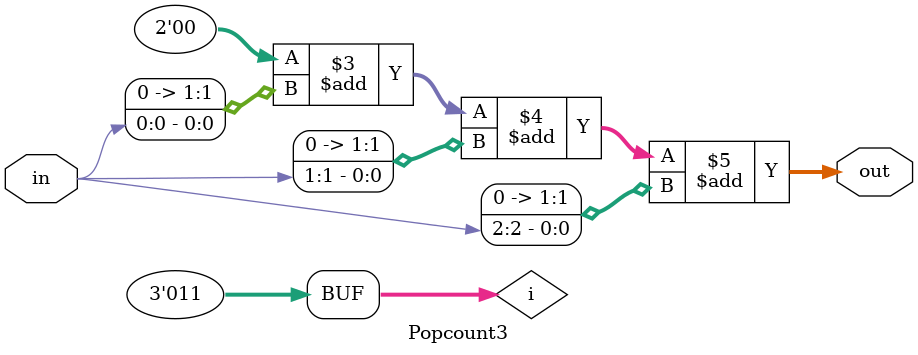
<source format=v>
module Popcount3 (
    input      [2:0] in ,
    output reg [1:0] out
);

    reg [2:0] i;

    always @(in) begin
        out = 2'b0;
        for (i = 3'b0; i<3; i=i+3'b1) begin
            out = out + {1'b0,in[i]};
        end
    end
endmodule

</source>
